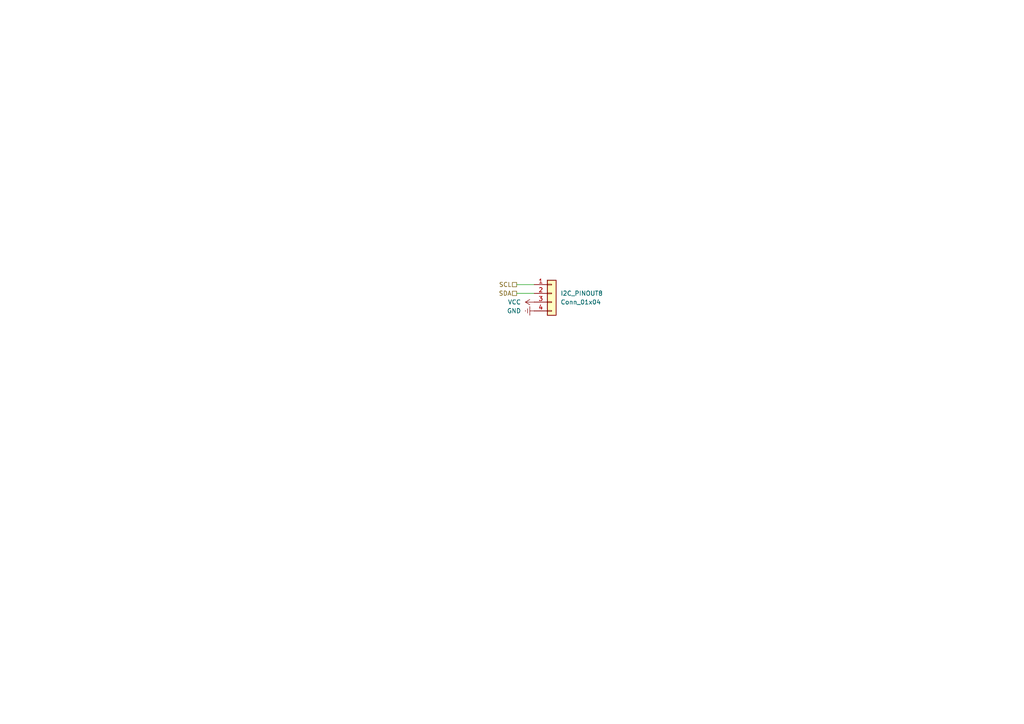
<source format=kicad_sch>
(kicad_sch (version 20231120) (generator "eeschema") (generator_version "8.0")
  (paper "A4")
  (title_block (title "Shadow") (date "2025-01-05") (rev "0.1") (company "York Mills Collegiate Institute") (comment 1 "Shenanigans are afoot :)"))
  (lib_symbols
    (symbol "Connector_Generic:Conn_01x04" (pin_names (offset 1.016) hide)
      (property "Reference" "J" (at 0 5.08 0))
      (property "Value" "Conn_01x04" (at 0 -7.62 0))
      (symbol "Conn_01x04_1_1"
        (rectangle (start -1.27 -4.953) (end 0 -5.207) (stroke (width 0.1524)))
        (rectangle (start -1.27 -2.413) (end 0 -2.667) (stroke (width 0.1524)))
        (rectangle (start -1.27 0.127) (end 0 -0.127) (stroke (width 0.1524)))
        (rectangle (start -1.27 2.667) (end 0 2.413) (stroke (width 0.1524)))
        (rectangle (start -1.27 3.81) (end 1.27 -6.35) (stroke (width 0.254)) (fill (type background)))
        (pin passive line (at -5.08 2.54 0) (length 3.81) (name "Pin_1") (number "1"))
        (pin passive line (at -5.08 0 0) (length 3.81) (name "Pin_2") (number "2"))
        (pin passive line (at -5.08 -2.54 0) (length 3.81) (name "Pin_3") (number "3"))
        (pin passive line (at -5.08 -5.08 0) (length 3.81) (name "Pin_4") (number "4"))
      )
    )
    (symbol "power:Earth" (power) (pin_numbers hide) (pin_names (offset 0) hide)
      (property "Value" "Earth" (at 0 -3.81 0))
      (symbol "Earth_0_1"
        (polyline (pts (xy -0.635 -1.905) (xy 0.635 -1.905)))
        (polyline (pts (xy -0.127 -2.54) (xy 0.127 -2.54)))
        (polyline (pts (xy 0 -1.27) (xy 0 0)))
        (polyline (pts (xy 1.27 -1.27) (xy -1.27 -1.27)))
      )
      (symbol "Earth_1_1"
        (pin power_in line (at 0 0 270) (length 0) (name "~") (number "1"))
      )
    )
    (symbol "power:VCC" (power) (pin_numbers hide) (pin_names (offset 0) hide)
      (property "Value" "VCC" (at 0 3.556 0))
      (symbol "VCC_0_1"
        (polyline (pts (xy -0.762 1.27) (xy 0 2.54)))
        (polyline (pts (xy 0 0) (xy 0 2.54)))
        (polyline (pts (xy 0 2.54) (xy 0.762 1.27)))
      )
      (symbol "VCC_1_1"
        (pin power_in line (at 0 0 90) (length 0) (name "~") (number "1"))
      )
    )
  )
  (wire (pts (xy 149.86 85.09) (xy 154.94 85.09)))
  (wire (pts (xy 149.86 82.55) (xy 154.94 82.55)))
  (hierarchical_label "SCL" (shape passive) (at 149.86 82.55 180))
  (hierarchical_label "SDA" (shape passive) (at 149.86 85.09 180))
  (symbol (lib_id "Connector_Generic:Conn_01x04") (at 160.02 85.09 0) (unit 1)
    (property "Reference" "I2C_PINOUT" (at 162.56 85.0899 0) (effects (justify left)))
    (property "Value" "Conn_01x04" (at 162.56 87.6299 0) (effects (justify left)))
    (property "Description" "Generic connector, single row, 01x04, script generated (kicad-library-utils/schlib/autogen/connector/)" (effects (hide yes)))
    (instances (project "shadow" (path "" (reference "I2C_PINOUT8") (unit 1)) (path "" (reference "I2C_PINOUT12") (unit 1)) (path "" (reference "I2C_PINOUT10") (unit 1)) (path "" (reference "I2C_PINOUT11") (unit 1)) (path "" (reference "I2C_PINOUT1") (unit 1)) (path "" (reference "I2C_PINOUT6") (unit 1)) (path "" (reference "I2C_PINOUT") (unit 1)) (path "" (reference "I2C_PINOUT9") (unit 1)) (path "" (reference "I2C_PINOUT5") (unit 1)) (path "" (reference "I2C_PINOUT4") (unit 1)) (path "" (reference "I2C_PINOUT3") (unit 1)) (path "" (reference "I2C_PINOUT7") (unit 1)) (path "" (reference "I2C_PINOUT2") (unit 1))))
  )
  (symbol (lib_id "power:Earth") (at 154.94 90.17 270) (unit 1)
    (property "Reference" "#PWR025" (effects (hide yes)))
    (property "Value" "GND" (at 151.13 90.1699 90) (effects (justify right)))
    (property "Description" "Power symbol creates a global label with name \"Earth\"" (effects (hide yes)))
    (instances (project "shadow" (path "" (reference "#PWR068") (unit 1)) (path "" (reference "#PWR076") (unit 1)) (path "" (reference "#PWR072") (unit 1)) (path "" (reference "#PWR074") (unit 1)) (path "" (reference "#PWR054") (unit 1)) (path "" (reference "#PWR064") (unit 1)) (path "" (reference "#PWR025") (unit 1)) (path "" (reference "#PWR070") (unit 1)) (path "" (reference "#PWR062") (unit 1)) (path "" (reference "#PWR060") (unit 1)) (path "" (reference "#PWR058") (unit 1)) (path "" (reference "#PWR066") (unit 1)) (path "" (reference "#PWR056") (unit 1))))
  )
  (symbol (lib_id "power:VCC") (at 154.94 87.63 90) (unit 1)
    (property "Reference" "#PWR022" (effects (hide yes)))
    (property "Value" "VCC" (at 151.13 87.6299 90) (effects (justify left)))
    (property "Description" "Power symbol creates a global label with name \"VCC\"" (effects (hide yes)))
    (instances (project "shadow" (path "" (reference "#PWR067") (unit 1)) (path "" (reference "#PWR075") (unit 1)) (path "" (reference "#PWR071") (unit 1)) (path "" (reference "#PWR073") (unit 1)) (path "" (reference "#PWR028") (unit 1)) (path "" (reference "#PWR063") (unit 1)) (path "" (reference "#PWR022") (unit 1)) (path "" (reference "#PWR069") (unit 1)) (path "" (reference "#PWR061") (unit 1)) (path "" (reference "#PWR059") (unit 1)) (path "" (reference "#PWR057") (unit 1)) (path "" (reference "#PWR065") (unit 1)) (path "" (reference "#PWR055") (unit 1))))
  )
)
</source>
